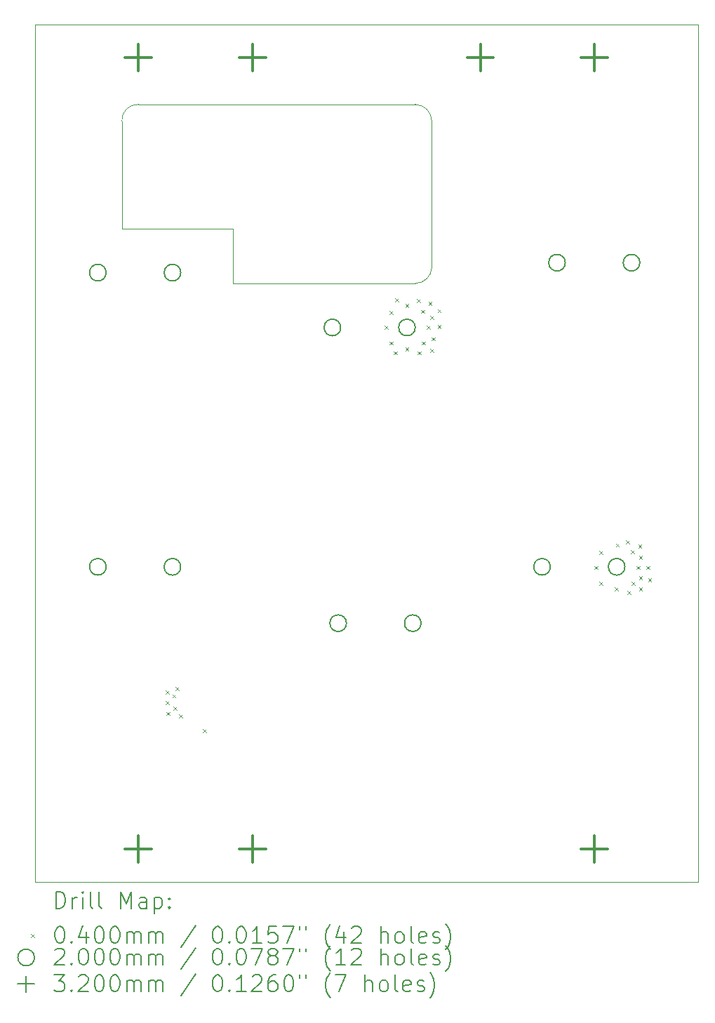
<source format=gbr>
%FSLAX45Y45*%
G04 Gerber Fmt 4.5, Leading zero omitted, Abs format (unit mm)*
G04 Created by KiCad (PCBNEW (6.0.5-0)) date 2023-01-03 07:21:59*
%MOMM*%
%LPD*%
G01*
G04 APERTURE LIST*
%TA.AperFunction,Profile*%
%ADD10C,0.100000*%
%TD*%
%ADD11C,0.200000*%
%ADD12C,0.040000*%
%ADD13C,0.320000*%
G04 APERTURE END LIST*
D10*
X14360000Y-3875000D02*
X15210000Y-3875000D01*
X9600000Y-7000000D02*
X9600000Y-6340000D01*
X8060000Y-14225000D02*
X8860000Y-14225000D01*
X13560000Y-14225000D02*
X8860000Y-14225000D01*
X8065000Y-3875000D02*
X8865000Y-3875000D01*
X13560000Y-3875000D02*
X14360000Y-3875000D01*
X15210000Y-3875000D02*
X15210000Y-14225000D01*
X8060000Y-14225000D02*
X7210000Y-14225000D01*
X8260000Y-6340000D02*
X8260000Y-5041421D01*
X14360000Y-14225000D02*
X15210000Y-14225000D01*
X9600000Y-7000000D02*
X11799436Y-7000000D01*
X11799436Y-6999997D02*
G75*
G03*
X12000000Y-6808579I-386J201187D01*
G01*
X11999995Y-5041422D02*
G75*
G03*
X11798913Y-4840000I-203985J-2559D01*
G01*
X8460000Y-4839996D02*
G75*
G03*
X8260000Y-5041421I-9760J-190314D01*
G01*
X13560000Y-14225000D02*
X14360000Y-14225000D01*
X12000000Y-5041421D02*
X12000000Y-6808579D01*
X8865000Y-3875000D02*
X13560000Y-3875000D01*
X8460000Y-4840000D02*
X11798913Y-4840000D01*
X8065000Y-3875000D02*
X7210000Y-3875000D01*
X7210000Y-14225000D02*
X7210000Y-3875000D01*
X9600000Y-6340000D02*
X8260000Y-6340000D01*
D11*
D12*
X8790000Y-11910000D02*
X8830000Y-11950000D01*
X8830000Y-11910000D02*
X8790000Y-11950000D01*
X8790000Y-12040000D02*
X8830000Y-12080000D01*
X8830000Y-12040000D02*
X8790000Y-12080000D01*
X8800000Y-12170000D02*
X8840000Y-12210000D01*
X8840000Y-12170000D02*
X8800000Y-12210000D01*
X8870000Y-11960000D02*
X8910000Y-12000000D01*
X8910000Y-11960000D02*
X8870000Y-12000000D01*
X8880000Y-12110000D02*
X8920000Y-12150000D01*
X8920000Y-12110000D02*
X8880000Y-12150000D01*
X8910000Y-11870000D02*
X8950000Y-11910000D01*
X8950000Y-11870000D02*
X8910000Y-11910000D01*
X8950000Y-12200000D02*
X8990000Y-12240000D01*
X8990000Y-12200000D02*
X8950000Y-12240000D01*
X9240000Y-12380000D02*
X9280000Y-12420000D01*
X9280000Y-12380000D02*
X9240000Y-12420000D01*
X11430000Y-7510000D02*
X11470000Y-7550000D01*
X11470000Y-7510000D02*
X11430000Y-7550000D01*
X11490000Y-7330000D02*
X11530000Y-7370000D01*
X11530000Y-7330000D02*
X11490000Y-7370000D01*
X11490000Y-7700000D02*
X11530000Y-7740000D01*
X11530000Y-7700000D02*
X11490000Y-7740000D01*
X11540000Y-7820000D02*
X11580000Y-7860000D01*
X11580000Y-7820000D02*
X11540000Y-7860000D01*
X11560000Y-7180000D02*
X11600000Y-7220000D01*
X11600000Y-7180000D02*
X11560000Y-7220000D01*
X11680000Y-7250000D02*
X11720000Y-7290000D01*
X11720000Y-7250000D02*
X11680000Y-7290000D01*
X11680000Y-7770000D02*
X11720000Y-7810000D01*
X11720000Y-7770000D02*
X11680000Y-7810000D01*
X11820000Y-7190000D02*
X11860000Y-7230000D01*
X11860000Y-7190000D02*
X11820000Y-7230000D01*
X11830000Y-7820000D02*
X11870000Y-7860000D01*
X11870000Y-7820000D02*
X11830000Y-7860000D01*
X11870000Y-7320000D02*
X11910000Y-7360000D01*
X11910000Y-7320000D02*
X11870000Y-7360000D01*
X11880000Y-7700000D02*
X11920000Y-7740000D01*
X11920000Y-7700000D02*
X11880000Y-7740000D01*
X11940000Y-7510000D02*
X11980000Y-7550000D01*
X11980000Y-7510000D02*
X11940000Y-7550000D01*
X11960000Y-7220000D02*
X12000000Y-7260000D01*
X12000000Y-7220000D02*
X11960000Y-7260000D01*
X11980000Y-7390000D02*
X12020000Y-7430000D01*
X12020000Y-7390000D02*
X11980000Y-7430000D01*
X11980000Y-7790000D02*
X12020000Y-7830000D01*
X12020000Y-7790000D02*
X11980000Y-7830000D01*
X12000000Y-7650000D02*
X12040000Y-7690000D01*
X12040000Y-7650000D02*
X12000000Y-7690000D01*
X12070000Y-7310000D02*
X12110000Y-7350000D01*
X12110000Y-7310000D02*
X12070000Y-7350000D01*
X12070000Y-7500000D02*
X12110000Y-7540000D01*
X12110000Y-7500000D02*
X12070000Y-7540000D01*
X13960000Y-10410000D02*
X14000000Y-10450000D01*
X14000000Y-10410000D02*
X13960000Y-10450000D01*
X14020000Y-10230000D02*
X14060000Y-10270000D01*
X14060000Y-10230000D02*
X14020000Y-10270000D01*
X14020000Y-10600000D02*
X14060000Y-10640000D01*
X14060000Y-10600000D02*
X14020000Y-10640000D01*
X14210000Y-10670000D02*
X14250000Y-10710000D01*
X14250000Y-10670000D02*
X14210000Y-10710000D01*
X14220000Y-10140000D02*
X14260000Y-10180000D01*
X14260000Y-10140000D02*
X14220000Y-10180000D01*
X14340000Y-10100000D02*
X14380000Y-10140000D01*
X14380000Y-10100000D02*
X14340000Y-10140000D01*
X14360000Y-10710000D02*
X14400000Y-10750000D01*
X14400000Y-10710000D02*
X14360000Y-10750000D01*
X14400000Y-10220000D02*
X14440000Y-10260000D01*
X14440000Y-10220000D02*
X14400000Y-10260000D01*
X14410000Y-10600000D02*
X14450000Y-10640000D01*
X14450000Y-10600000D02*
X14410000Y-10640000D01*
X14470000Y-10410000D02*
X14510000Y-10450000D01*
X14510000Y-10410000D02*
X14470000Y-10450000D01*
X14490000Y-10150000D02*
X14530000Y-10190000D01*
X14530000Y-10150000D02*
X14490000Y-10190000D01*
X14500000Y-10290000D02*
X14540000Y-10330000D01*
X14540000Y-10290000D02*
X14500000Y-10330000D01*
X14500000Y-10530000D02*
X14540000Y-10570000D01*
X14540000Y-10530000D02*
X14500000Y-10570000D01*
X14500000Y-10670000D02*
X14540000Y-10710000D01*
X14540000Y-10670000D02*
X14500000Y-10710000D01*
X14590000Y-10410000D02*
X14630000Y-10450000D01*
X14630000Y-10410000D02*
X14590000Y-10450000D01*
X14610000Y-10560000D02*
X14650000Y-10600000D01*
X14650000Y-10560000D02*
X14610000Y-10600000D01*
D11*
X8070000Y-6870000D02*
G75*
G03*
X8070000Y-6870000I-100000J0D01*
G01*
X8070000Y-10420000D02*
G75*
G03*
X8070000Y-10420000I-100000J0D01*
G01*
X8970000Y-6870000D02*
G75*
G03*
X8970000Y-6870000I-100000J0D01*
G01*
X8970000Y-10420000D02*
G75*
G03*
X8970000Y-10420000I-100000J0D01*
G01*
X10900000Y-7532000D02*
G75*
G03*
X10900000Y-7532000I-100000J0D01*
G01*
X10970000Y-11100000D02*
G75*
G03*
X10970000Y-11100000I-100000J0D01*
G01*
X11800000Y-7532000D02*
G75*
G03*
X11800000Y-7532000I-100000J0D01*
G01*
X11870000Y-11100000D02*
G75*
G03*
X11870000Y-11100000I-100000J0D01*
G01*
X13430000Y-10420000D02*
G75*
G03*
X13430000Y-10420000I-100000J0D01*
G01*
X13610000Y-6750000D02*
G75*
G03*
X13610000Y-6750000I-100000J0D01*
G01*
X14330000Y-10420000D02*
G75*
G03*
X14330000Y-10420000I-100000J0D01*
G01*
X14510000Y-6750000D02*
G75*
G03*
X14510000Y-6750000I-100000J0D01*
G01*
D13*
X8460000Y-4115000D02*
X8460000Y-4435000D01*
X8300000Y-4275000D02*
X8620000Y-4275000D01*
X8460000Y-13665000D02*
X8460000Y-13985000D01*
X8300000Y-13825000D02*
X8620000Y-13825000D01*
X9835000Y-4115000D02*
X9835000Y-4435000D01*
X9675000Y-4275000D02*
X9995000Y-4275000D01*
X9835000Y-13665000D02*
X9835000Y-13985000D01*
X9675000Y-13825000D02*
X9995000Y-13825000D01*
X12585000Y-4115000D02*
X12585000Y-4435000D01*
X12425000Y-4275000D02*
X12745000Y-4275000D01*
X13960000Y-4115000D02*
X13960000Y-4435000D01*
X13800000Y-4275000D02*
X14120000Y-4275000D01*
X13960000Y-13665000D02*
X13960000Y-13985000D01*
X13800000Y-13825000D02*
X14120000Y-13825000D01*
D11*
X7462619Y-14540476D02*
X7462619Y-14340476D01*
X7510238Y-14340476D01*
X7538809Y-14350000D01*
X7557857Y-14369048D01*
X7567381Y-14388095D01*
X7576905Y-14426190D01*
X7576905Y-14454762D01*
X7567381Y-14492857D01*
X7557857Y-14511905D01*
X7538809Y-14530952D01*
X7510238Y-14540476D01*
X7462619Y-14540476D01*
X7662619Y-14540476D02*
X7662619Y-14407143D01*
X7662619Y-14445238D02*
X7672143Y-14426190D01*
X7681667Y-14416667D01*
X7700714Y-14407143D01*
X7719762Y-14407143D01*
X7786428Y-14540476D02*
X7786428Y-14407143D01*
X7786428Y-14340476D02*
X7776905Y-14350000D01*
X7786428Y-14359524D01*
X7795952Y-14350000D01*
X7786428Y-14340476D01*
X7786428Y-14359524D01*
X7910238Y-14540476D02*
X7891190Y-14530952D01*
X7881667Y-14511905D01*
X7881667Y-14340476D01*
X8015000Y-14540476D02*
X7995952Y-14530952D01*
X7986428Y-14511905D01*
X7986428Y-14340476D01*
X8243571Y-14540476D02*
X8243571Y-14340476D01*
X8310238Y-14483333D01*
X8376905Y-14340476D01*
X8376905Y-14540476D01*
X8557857Y-14540476D02*
X8557857Y-14435714D01*
X8548333Y-14416667D01*
X8529286Y-14407143D01*
X8491190Y-14407143D01*
X8472143Y-14416667D01*
X8557857Y-14530952D02*
X8538810Y-14540476D01*
X8491190Y-14540476D01*
X8472143Y-14530952D01*
X8462619Y-14511905D01*
X8462619Y-14492857D01*
X8472143Y-14473809D01*
X8491190Y-14464286D01*
X8538810Y-14464286D01*
X8557857Y-14454762D01*
X8653095Y-14407143D02*
X8653095Y-14607143D01*
X8653095Y-14416667D02*
X8672143Y-14407143D01*
X8710238Y-14407143D01*
X8729286Y-14416667D01*
X8738810Y-14426190D01*
X8748333Y-14445238D01*
X8748333Y-14502381D01*
X8738810Y-14521428D01*
X8729286Y-14530952D01*
X8710238Y-14540476D01*
X8672143Y-14540476D01*
X8653095Y-14530952D01*
X8834048Y-14521428D02*
X8843571Y-14530952D01*
X8834048Y-14540476D01*
X8824524Y-14530952D01*
X8834048Y-14521428D01*
X8834048Y-14540476D01*
X8834048Y-14416667D02*
X8843571Y-14426190D01*
X8834048Y-14435714D01*
X8824524Y-14426190D01*
X8834048Y-14416667D01*
X8834048Y-14435714D01*
D12*
X7165000Y-14850000D02*
X7205000Y-14890000D01*
X7205000Y-14850000D02*
X7165000Y-14890000D01*
D11*
X7500714Y-14760476D02*
X7519762Y-14760476D01*
X7538809Y-14770000D01*
X7548333Y-14779524D01*
X7557857Y-14798571D01*
X7567381Y-14836667D01*
X7567381Y-14884286D01*
X7557857Y-14922381D01*
X7548333Y-14941428D01*
X7538809Y-14950952D01*
X7519762Y-14960476D01*
X7500714Y-14960476D01*
X7481667Y-14950952D01*
X7472143Y-14941428D01*
X7462619Y-14922381D01*
X7453095Y-14884286D01*
X7453095Y-14836667D01*
X7462619Y-14798571D01*
X7472143Y-14779524D01*
X7481667Y-14770000D01*
X7500714Y-14760476D01*
X7653095Y-14941428D02*
X7662619Y-14950952D01*
X7653095Y-14960476D01*
X7643571Y-14950952D01*
X7653095Y-14941428D01*
X7653095Y-14960476D01*
X7834048Y-14827143D02*
X7834048Y-14960476D01*
X7786428Y-14750952D02*
X7738809Y-14893809D01*
X7862619Y-14893809D01*
X7976905Y-14760476D02*
X7995952Y-14760476D01*
X8015000Y-14770000D01*
X8024524Y-14779524D01*
X8034048Y-14798571D01*
X8043571Y-14836667D01*
X8043571Y-14884286D01*
X8034048Y-14922381D01*
X8024524Y-14941428D01*
X8015000Y-14950952D01*
X7995952Y-14960476D01*
X7976905Y-14960476D01*
X7957857Y-14950952D01*
X7948333Y-14941428D01*
X7938809Y-14922381D01*
X7929286Y-14884286D01*
X7929286Y-14836667D01*
X7938809Y-14798571D01*
X7948333Y-14779524D01*
X7957857Y-14770000D01*
X7976905Y-14760476D01*
X8167381Y-14760476D02*
X8186428Y-14760476D01*
X8205476Y-14770000D01*
X8215000Y-14779524D01*
X8224524Y-14798571D01*
X8234048Y-14836667D01*
X8234048Y-14884286D01*
X8224524Y-14922381D01*
X8215000Y-14941428D01*
X8205476Y-14950952D01*
X8186428Y-14960476D01*
X8167381Y-14960476D01*
X8148333Y-14950952D01*
X8138809Y-14941428D01*
X8129286Y-14922381D01*
X8119762Y-14884286D01*
X8119762Y-14836667D01*
X8129286Y-14798571D01*
X8138809Y-14779524D01*
X8148333Y-14770000D01*
X8167381Y-14760476D01*
X8319762Y-14960476D02*
X8319762Y-14827143D01*
X8319762Y-14846190D02*
X8329286Y-14836667D01*
X8348333Y-14827143D01*
X8376905Y-14827143D01*
X8395952Y-14836667D01*
X8405476Y-14855714D01*
X8405476Y-14960476D01*
X8405476Y-14855714D02*
X8415000Y-14836667D01*
X8434048Y-14827143D01*
X8462619Y-14827143D01*
X8481667Y-14836667D01*
X8491190Y-14855714D01*
X8491190Y-14960476D01*
X8586429Y-14960476D02*
X8586429Y-14827143D01*
X8586429Y-14846190D02*
X8595952Y-14836667D01*
X8615000Y-14827143D01*
X8643571Y-14827143D01*
X8662619Y-14836667D01*
X8672143Y-14855714D01*
X8672143Y-14960476D01*
X8672143Y-14855714D02*
X8681667Y-14836667D01*
X8700714Y-14827143D01*
X8729286Y-14827143D01*
X8748333Y-14836667D01*
X8757857Y-14855714D01*
X8757857Y-14960476D01*
X9148333Y-14750952D02*
X8976905Y-15008095D01*
X9405476Y-14760476D02*
X9424524Y-14760476D01*
X9443571Y-14770000D01*
X9453095Y-14779524D01*
X9462619Y-14798571D01*
X9472143Y-14836667D01*
X9472143Y-14884286D01*
X9462619Y-14922381D01*
X9453095Y-14941428D01*
X9443571Y-14950952D01*
X9424524Y-14960476D01*
X9405476Y-14960476D01*
X9386429Y-14950952D01*
X9376905Y-14941428D01*
X9367381Y-14922381D01*
X9357857Y-14884286D01*
X9357857Y-14836667D01*
X9367381Y-14798571D01*
X9376905Y-14779524D01*
X9386429Y-14770000D01*
X9405476Y-14760476D01*
X9557857Y-14941428D02*
X9567381Y-14950952D01*
X9557857Y-14960476D01*
X9548333Y-14950952D01*
X9557857Y-14941428D01*
X9557857Y-14960476D01*
X9691190Y-14760476D02*
X9710238Y-14760476D01*
X9729286Y-14770000D01*
X9738810Y-14779524D01*
X9748333Y-14798571D01*
X9757857Y-14836667D01*
X9757857Y-14884286D01*
X9748333Y-14922381D01*
X9738810Y-14941428D01*
X9729286Y-14950952D01*
X9710238Y-14960476D01*
X9691190Y-14960476D01*
X9672143Y-14950952D01*
X9662619Y-14941428D01*
X9653095Y-14922381D01*
X9643571Y-14884286D01*
X9643571Y-14836667D01*
X9653095Y-14798571D01*
X9662619Y-14779524D01*
X9672143Y-14770000D01*
X9691190Y-14760476D01*
X9948333Y-14960476D02*
X9834048Y-14960476D01*
X9891190Y-14960476D02*
X9891190Y-14760476D01*
X9872143Y-14789048D01*
X9853095Y-14808095D01*
X9834048Y-14817619D01*
X10129286Y-14760476D02*
X10034048Y-14760476D01*
X10024524Y-14855714D01*
X10034048Y-14846190D01*
X10053095Y-14836667D01*
X10100714Y-14836667D01*
X10119762Y-14846190D01*
X10129286Y-14855714D01*
X10138810Y-14874762D01*
X10138810Y-14922381D01*
X10129286Y-14941428D01*
X10119762Y-14950952D01*
X10100714Y-14960476D01*
X10053095Y-14960476D01*
X10034048Y-14950952D01*
X10024524Y-14941428D01*
X10205476Y-14760476D02*
X10338810Y-14760476D01*
X10253095Y-14960476D01*
X10405476Y-14760476D02*
X10405476Y-14798571D01*
X10481667Y-14760476D02*
X10481667Y-14798571D01*
X10776905Y-15036667D02*
X10767381Y-15027143D01*
X10748333Y-14998571D01*
X10738810Y-14979524D01*
X10729286Y-14950952D01*
X10719762Y-14903333D01*
X10719762Y-14865238D01*
X10729286Y-14817619D01*
X10738810Y-14789048D01*
X10748333Y-14770000D01*
X10767381Y-14741428D01*
X10776905Y-14731905D01*
X10938810Y-14827143D02*
X10938810Y-14960476D01*
X10891190Y-14750952D02*
X10843571Y-14893809D01*
X10967381Y-14893809D01*
X11034048Y-14779524D02*
X11043571Y-14770000D01*
X11062619Y-14760476D01*
X11110238Y-14760476D01*
X11129286Y-14770000D01*
X11138810Y-14779524D01*
X11148333Y-14798571D01*
X11148333Y-14817619D01*
X11138810Y-14846190D01*
X11024524Y-14960476D01*
X11148333Y-14960476D01*
X11386428Y-14960476D02*
X11386428Y-14760476D01*
X11472143Y-14960476D02*
X11472143Y-14855714D01*
X11462619Y-14836667D01*
X11443571Y-14827143D01*
X11415000Y-14827143D01*
X11395952Y-14836667D01*
X11386428Y-14846190D01*
X11595952Y-14960476D02*
X11576905Y-14950952D01*
X11567381Y-14941428D01*
X11557857Y-14922381D01*
X11557857Y-14865238D01*
X11567381Y-14846190D01*
X11576905Y-14836667D01*
X11595952Y-14827143D01*
X11624524Y-14827143D01*
X11643571Y-14836667D01*
X11653095Y-14846190D01*
X11662619Y-14865238D01*
X11662619Y-14922381D01*
X11653095Y-14941428D01*
X11643571Y-14950952D01*
X11624524Y-14960476D01*
X11595952Y-14960476D01*
X11776905Y-14960476D02*
X11757857Y-14950952D01*
X11748333Y-14931905D01*
X11748333Y-14760476D01*
X11929286Y-14950952D02*
X11910238Y-14960476D01*
X11872143Y-14960476D01*
X11853095Y-14950952D01*
X11843571Y-14931905D01*
X11843571Y-14855714D01*
X11853095Y-14836667D01*
X11872143Y-14827143D01*
X11910238Y-14827143D01*
X11929286Y-14836667D01*
X11938809Y-14855714D01*
X11938809Y-14874762D01*
X11843571Y-14893809D01*
X12015000Y-14950952D02*
X12034048Y-14960476D01*
X12072143Y-14960476D01*
X12091190Y-14950952D01*
X12100714Y-14931905D01*
X12100714Y-14922381D01*
X12091190Y-14903333D01*
X12072143Y-14893809D01*
X12043571Y-14893809D01*
X12024524Y-14884286D01*
X12015000Y-14865238D01*
X12015000Y-14855714D01*
X12024524Y-14836667D01*
X12043571Y-14827143D01*
X12072143Y-14827143D01*
X12091190Y-14836667D01*
X12167381Y-15036667D02*
X12176905Y-15027143D01*
X12195952Y-14998571D01*
X12205476Y-14979524D01*
X12215000Y-14950952D01*
X12224524Y-14903333D01*
X12224524Y-14865238D01*
X12215000Y-14817619D01*
X12205476Y-14789048D01*
X12195952Y-14770000D01*
X12176905Y-14741428D01*
X12167381Y-14731905D01*
X7205000Y-15134000D02*
G75*
G03*
X7205000Y-15134000I-100000J0D01*
G01*
X7453095Y-15043524D02*
X7462619Y-15034000D01*
X7481667Y-15024476D01*
X7529286Y-15024476D01*
X7548333Y-15034000D01*
X7557857Y-15043524D01*
X7567381Y-15062571D01*
X7567381Y-15081619D01*
X7557857Y-15110190D01*
X7443571Y-15224476D01*
X7567381Y-15224476D01*
X7653095Y-15205428D02*
X7662619Y-15214952D01*
X7653095Y-15224476D01*
X7643571Y-15214952D01*
X7653095Y-15205428D01*
X7653095Y-15224476D01*
X7786428Y-15024476D02*
X7805476Y-15024476D01*
X7824524Y-15034000D01*
X7834048Y-15043524D01*
X7843571Y-15062571D01*
X7853095Y-15100667D01*
X7853095Y-15148286D01*
X7843571Y-15186381D01*
X7834048Y-15205428D01*
X7824524Y-15214952D01*
X7805476Y-15224476D01*
X7786428Y-15224476D01*
X7767381Y-15214952D01*
X7757857Y-15205428D01*
X7748333Y-15186381D01*
X7738809Y-15148286D01*
X7738809Y-15100667D01*
X7748333Y-15062571D01*
X7757857Y-15043524D01*
X7767381Y-15034000D01*
X7786428Y-15024476D01*
X7976905Y-15024476D02*
X7995952Y-15024476D01*
X8015000Y-15034000D01*
X8024524Y-15043524D01*
X8034048Y-15062571D01*
X8043571Y-15100667D01*
X8043571Y-15148286D01*
X8034048Y-15186381D01*
X8024524Y-15205428D01*
X8015000Y-15214952D01*
X7995952Y-15224476D01*
X7976905Y-15224476D01*
X7957857Y-15214952D01*
X7948333Y-15205428D01*
X7938809Y-15186381D01*
X7929286Y-15148286D01*
X7929286Y-15100667D01*
X7938809Y-15062571D01*
X7948333Y-15043524D01*
X7957857Y-15034000D01*
X7976905Y-15024476D01*
X8167381Y-15024476D02*
X8186428Y-15024476D01*
X8205476Y-15034000D01*
X8215000Y-15043524D01*
X8224524Y-15062571D01*
X8234048Y-15100667D01*
X8234048Y-15148286D01*
X8224524Y-15186381D01*
X8215000Y-15205428D01*
X8205476Y-15214952D01*
X8186428Y-15224476D01*
X8167381Y-15224476D01*
X8148333Y-15214952D01*
X8138809Y-15205428D01*
X8129286Y-15186381D01*
X8119762Y-15148286D01*
X8119762Y-15100667D01*
X8129286Y-15062571D01*
X8138809Y-15043524D01*
X8148333Y-15034000D01*
X8167381Y-15024476D01*
X8319762Y-15224476D02*
X8319762Y-15091143D01*
X8319762Y-15110190D02*
X8329286Y-15100667D01*
X8348333Y-15091143D01*
X8376905Y-15091143D01*
X8395952Y-15100667D01*
X8405476Y-15119714D01*
X8405476Y-15224476D01*
X8405476Y-15119714D02*
X8415000Y-15100667D01*
X8434048Y-15091143D01*
X8462619Y-15091143D01*
X8481667Y-15100667D01*
X8491190Y-15119714D01*
X8491190Y-15224476D01*
X8586429Y-15224476D02*
X8586429Y-15091143D01*
X8586429Y-15110190D02*
X8595952Y-15100667D01*
X8615000Y-15091143D01*
X8643571Y-15091143D01*
X8662619Y-15100667D01*
X8672143Y-15119714D01*
X8672143Y-15224476D01*
X8672143Y-15119714D02*
X8681667Y-15100667D01*
X8700714Y-15091143D01*
X8729286Y-15091143D01*
X8748333Y-15100667D01*
X8757857Y-15119714D01*
X8757857Y-15224476D01*
X9148333Y-15014952D02*
X8976905Y-15272095D01*
X9405476Y-15024476D02*
X9424524Y-15024476D01*
X9443571Y-15034000D01*
X9453095Y-15043524D01*
X9462619Y-15062571D01*
X9472143Y-15100667D01*
X9472143Y-15148286D01*
X9462619Y-15186381D01*
X9453095Y-15205428D01*
X9443571Y-15214952D01*
X9424524Y-15224476D01*
X9405476Y-15224476D01*
X9386429Y-15214952D01*
X9376905Y-15205428D01*
X9367381Y-15186381D01*
X9357857Y-15148286D01*
X9357857Y-15100667D01*
X9367381Y-15062571D01*
X9376905Y-15043524D01*
X9386429Y-15034000D01*
X9405476Y-15024476D01*
X9557857Y-15205428D02*
X9567381Y-15214952D01*
X9557857Y-15224476D01*
X9548333Y-15214952D01*
X9557857Y-15205428D01*
X9557857Y-15224476D01*
X9691190Y-15024476D02*
X9710238Y-15024476D01*
X9729286Y-15034000D01*
X9738810Y-15043524D01*
X9748333Y-15062571D01*
X9757857Y-15100667D01*
X9757857Y-15148286D01*
X9748333Y-15186381D01*
X9738810Y-15205428D01*
X9729286Y-15214952D01*
X9710238Y-15224476D01*
X9691190Y-15224476D01*
X9672143Y-15214952D01*
X9662619Y-15205428D01*
X9653095Y-15186381D01*
X9643571Y-15148286D01*
X9643571Y-15100667D01*
X9653095Y-15062571D01*
X9662619Y-15043524D01*
X9672143Y-15034000D01*
X9691190Y-15024476D01*
X9824524Y-15024476D02*
X9957857Y-15024476D01*
X9872143Y-15224476D01*
X10062619Y-15110190D02*
X10043571Y-15100667D01*
X10034048Y-15091143D01*
X10024524Y-15072095D01*
X10024524Y-15062571D01*
X10034048Y-15043524D01*
X10043571Y-15034000D01*
X10062619Y-15024476D01*
X10100714Y-15024476D01*
X10119762Y-15034000D01*
X10129286Y-15043524D01*
X10138810Y-15062571D01*
X10138810Y-15072095D01*
X10129286Y-15091143D01*
X10119762Y-15100667D01*
X10100714Y-15110190D01*
X10062619Y-15110190D01*
X10043571Y-15119714D01*
X10034048Y-15129238D01*
X10024524Y-15148286D01*
X10024524Y-15186381D01*
X10034048Y-15205428D01*
X10043571Y-15214952D01*
X10062619Y-15224476D01*
X10100714Y-15224476D01*
X10119762Y-15214952D01*
X10129286Y-15205428D01*
X10138810Y-15186381D01*
X10138810Y-15148286D01*
X10129286Y-15129238D01*
X10119762Y-15119714D01*
X10100714Y-15110190D01*
X10205476Y-15024476D02*
X10338810Y-15024476D01*
X10253095Y-15224476D01*
X10405476Y-15024476D02*
X10405476Y-15062571D01*
X10481667Y-15024476D02*
X10481667Y-15062571D01*
X10776905Y-15300667D02*
X10767381Y-15291143D01*
X10748333Y-15262571D01*
X10738810Y-15243524D01*
X10729286Y-15214952D01*
X10719762Y-15167333D01*
X10719762Y-15129238D01*
X10729286Y-15081619D01*
X10738810Y-15053048D01*
X10748333Y-15034000D01*
X10767381Y-15005428D01*
X10776905Y-14995905D01*
X10957857Y-15224476D02*
X10843571Y-15224476D01*
X10900714Y-15224476D02*
X10900714Y-15024476D01*
X10881667Y-15053048D01*
X10862619Y-15072095D01*
X10843571Y-15081619D01*
X11034048Y-15043524D02*
X11043571Y-15034000D01*
X11062619Y-15024476D01*
X11110238Y-15024476D01*
X11129286Y-15034000D01*
X11138810Y-15043524D01*
X11148333Y-15062571D01*
X11148333Y-15081619D01*
X11138810Y-15110190D01*
X11024524Y-15224476D01*
X11148333Y-15224476D01*
X11386428Y-15224476D02*
X11386428Y-15024476D01*
X11472143Y-15224476D02*
X11472143Y-15119714D01*
X11462619Y-15100667D01*
X11443571Y-15091143D01*
X11415000Y-15091143D01*
X11395952Y-15100667D01*
X11386428Y-15110190D01*
X11595952Y-15224476D02*
X11576905Y-15214952D01*
X11567381Y-15205428D01*
X11557857Y-15186381D01*
X11557857Y-15129238D01*
X11567381Y-15110190D01*
X11576905Y-15100667D01*
X11595952Y-15091143D01*
X11624524Y-15091143D01*
X11643571Y-15100667D01*
X11653095Y-15110190D01*
X11662619Y-15129238D01*
X11662619Y-15186381D01*
X11653095Y-15205428D01*
X11643571Y-15214952D01*
X11624524Y-15224476D01*
X11595952Y-15224476D01*
X11776905Y-15224476D02*
X11757857Y-15214952D01*
X11748333Y-15195905D01*
X11748333Y-15024476D01*
X11929286Y-15214952D02*
X11910238Y-15224476D01*
X11872143Y-15224476D01*
X11853095Y-15214952D01*
X11843571Y-15195905D01*
X11843571Y-15119714D01*
X11853095Y-15100667D01*
X11872143Y-15091143D01*
X11910238Y-15091143D01*
X11929286Y-15100667D01*
X11938809Y-15119714D01*
X11938809Y-15138762D01*
X11843571Y-15157809D01*
X12015000Y-15214952D02*
X12034048Y-15224476D01*
X12072143Y-15224476D01*
X12091190Y-15214952D01*
X12100714Y-15195905D01*
X12100714Y-15186381D01*
X12091190Y-15167333D01*
X12072143Y-15157809D01*
X12043571Y-15157809D01*
X12024524Y-15148286D01*
X12015000Y-15129238D01*
X12015000Y-15119714D01*
X12024524Y-15100667D01*
X12043571Y-15091143D01*
X12072143Y-15091143D01*
X12091190Y-15100667D01*
X12167381Y-15300667D02*
X12176905Y-15291143D01*
X12195952Y-15262571D01*
X12205476Y-15243524D01*
X12215000Y-15214952D01*
X12224524Y-15167333D01*
X12224524Y-15129238D01*
X12215000Y-15081619D01*
X12205476Y-15053048D01*
X12195952Y-15034000D01*
X12176905Y-15005428D01*
X12167381Y-14995905D01*
X7105000Y-15354000D02*
X7105000Y-15554000D01*
X7005000Y-15454000D02*
X7205000Y-15454000D01*
X7443571Y-15344476D02*
X7567381Y-15344476D01*
X7500714Y-15420667D01*
X7529286Y-15420667D01*
X7548333Y-15430190D01*
X7557857Y-15439714D01*
X7567381Y-15458762D01*
X7567381Y-15506381D01*
X7557857Y-15525428D01*
X7548333Y-15534952D01*
X7529286Y-15544476D01*
X7472143Y-15544476D01*
X7453095Y-15534952D01*
X7443571Y-15525428D01*
X7653095Y-15525428D02*
X7662619Y-15534952D01*
X7653095Y-15544476D01*
X7643571Y-15534952D01*
X7653095Y-15525428D01*
X7653095Y-15544476D01*
X7738809Y-15363524D02*
X7748333Y-15354000D01*
X7767381Y-15344476D01*
X7815000Y-15344476D01*
X7834048Y-15354000D01*
X7843571Y-15363524D01*
X7853095Y-15382571D01*
X7853095Y-15401619D01*
X7843571Y-15430190D01*
X7729286Y-15544476D01*
X7853095Y-15544476D01*
X7976905Y-15344476D02*
X7995952Y-15344476D01*
X8015000Y-15354000D01*
X8024524Y-15363524D01*
X8034048Y-15382571D01*
X8043571Y-15420667D01*
X8043571Y-15468286D01*
X8034048Y-15506381D01*
X8024524Y-15525428D01*
X8015000Y-15534952D01*
X7995952Y-15544476D01*
X7976905Y-15544476D01*
X7957857Y-15534952D01*
X7948333Y-15525428D01*
X7938809Y-15506381D01*
X7929286Y-15468286D01*
X7929286Y-15420667D01*
X7938809Y-15382571D01*
X7948333Y-15363524D01*
X7957857Y-15354000D01*
X7976905Y-15344476D01*
X8167381Y-15344476D02*
X8186428Y-15344476D01*
X8205476Y-15354000D01*
X8215000Y-15363524D01*
X8224524Y-15382571D01*
X8234048Y-15420667D01*
X8234048Y-15468286D01*
X8224524Y-15506381D01*
X8215000Y-15525428D01*
X8205476Y-15534952D01*
X8186428Y-15544476D01*
X8167381Y-15544476D01*
X8148333Y-15534952D01*
X8138809Y-15525428D01*
X8129286Y-15506381D01*
X8119762Y-15468286D01*
X8119762Y-15420667D01*
X8129286Y-15382571D01*
X8138809Y-15363524D01*
X8148333Y-15354000D01*
X8167381Y-15344476D01*
X8319762Y-15544476D02*
X8319762Y-15411143D01*
X8319762Y-15430190D02*
X8329286Y-15420667D01*
X8348333Y-15411143D01*
X8376905Y-15411143D01*
X8395952Y-15420667D01*
X8405476Y-15439714D01*
X8405476Y-15544476D01*
X8405476Y-15439714D02*
X8415000Y-15420667D01*
X8434048Y-15411143D01*
X8462619Y-15411143D01*
X8481667Y-15420667D01*
X8491190Y-15439714D01*
X8491190Y-15544476D01*
X8586429Y-15544476D02*
X8586429Y-15411143D01*
X8586429Y-15430190D02*
X8595952Y-15420667D01*
X8615000Y-15411143D01*
X8643571Y-15411143D01*
X8662619Y-15420667D01*
X8672143Y-15439714D01*
X8672143Y-15544476D01*
X8672143Y-15439714D02*
X8681667Y-15420667D01*
X8700714Y-15411143D01*
X8729286Y-15411143D01*
X8748333Y-15420667D01*
X8757857Y-15439714D01*
X8757857Y-15544476D01*
X9148333Y-15334952D02*
X8976905Y-15592095D01*
X9405476Y-15344476D02*
X9424524Y-15344476D01*
X9443571Y-15354000D01*
X9453095Y-15363524D01*
X9462619Y-15382571D01*
X9472143Y-15420667D01*
X9472143Y-15468286D01*
X9462619Y-15506381D01*
X9453095Y-15525428D01*
X9443571Y-15534952D01*
X9424524Y-15544476D01*
X9405476Y-15544476D01*
X9386429Y-15534952D01*
X9376905Y-15525428D01*
X9367381Y-15506381D01*
X9357857Y-15468286D01*
X9357857Y-15420667D01*
X9367381Y-15382571D01*
X9376905Y-15363524D01*
X9386429Y-15354000D01*
X9405476Y-15344476D01*
X9557857Y-15525428D02*
X9567381Y-15534952D01*
X9557857Y-15544476D01*
X9548333Y-15534952D01*
X9557857Y-15525428D01*
X9557857Y-15544476D01*
X9757857Y-15544476D02*
X9643571Y-15544476D01*
X9700714Y-15544476D02*
X9700714Y-15344476D01*
X9681667Y-15373048D01*
X9662619Y-15392095D01*
X9643571Y-15401619D01*
X9834048Y-15363524D02*
X9843571Y-15354000D01*
X9862619Y-15344476D01*
X9910238Y-15344476D01*
X9929286Y-15354000D01*
X9938810Y-15363524D01*
X9948333Y-15382571D01*
X9948333Y-15401619D01*
X9938810Y-15430190D01*
X9824524Y-15544476D01*
X9948333Y-15544476D01*
X10119762Y-15344476D02*
X10081667Y-15344476D01*
X10062619Y-15354000D01*
X10053095Y-15363524D01*
X10034048Y-15392095D01*
X10024524Y-15430190D01*
X10024524Y-15506381D01*
X10034048Y-15525428D01*
X10043571Y-15534952D01*
X10062619Y-15544476D01*
X10100714Y-15544476D01*
X10119762Y-15534952D01*
X10129286Y-15525428D01*
X10138810Y-15506381D01*
X10138810Y-15458762D01*
X10129286Y-15439714D01*
X10119762Y-15430190D01*
X10100714Y-15420667D01*
X10062619Y-15420667D01*
X10043571Y-15430190D01*
X10034048Y-15439714D01*
X10024524Y-15458762D01*
X10262619Y-15344476D02*
X10281667Y-15344476D01*
X10300714Y-15354000D01*
X10310238Y-15363524D01*
X10319762Y-15382571D01*
X10329286Y-15420667D01*
X10329286Y-15468286D01*
X10319762Y-15506381D01*
X10310238Y-15525428D01*
X10300714Y-15534952D01*
X10281667Y-15544476D01*
X10262619Y-15544476D01*
X10243571Y-15534952D01*
X10234048Y-15525428D01*
X10224524Y-15506381D01*
X10215000Y-15468286D01*
X10215000Y-15420667D01*
X10224524Y-15382571D01*
X10234048Y-15363524D01*
X10243571Y-15354000D01*
X10262619Y-15344476D01*
X10405476Y-15344476D02*
X10405476Y-15382571D01*
X10481667Y-15344476D02*
X10481667Y-15382571D01*
X10776905Y-15620667D02*
X10767381Y-15611143D01*
X10748333Y-15582571D01*
X10738810Y-15563524D01*
X10729286Y-15534952D01*
X10719762Y-15487333D01*
X10719762Y-15449238D01*
X10729286Y-15401619D01*
X10738810Y-15373048D01*
X10748333Y-15354000D01*
X10767381Y-15325428D01*
X10776905Y-15315905D01*
X10834048Y-15344476D02*
X10967381Y-15344476D01*
X10881667Y-15544476D01*
X11195952Y-15544476D02*
X11195952Y-15344476D01*
X11281667Y-15544476D02*
X11281667Y-15439714D01*
X11272143Y-15420667D01*
X11253095Y-15411143D01*
X11224524Y-15411143D01*
X11205476Y-15420667D01*
X11195952Y-15430190D01*
X11405476Y-15544476D02*
X11386428Y-15534952D01*
X11376905Y-15525428D01*
X11367381Y-15506381D01*
X11367381Y-15449238D01*
X11376905Y-15430190D01*
X11386428Y-15420667D01*
X11405476Y-15411143D01*
X11434048Y-15411143D01*
X11453095Y-15420667D01*
X11462619Y-15430190D01*
X11472143Y-15449238D01*
X11472143Y-15506381D01*
X11462619Y-15525428D01*
X11453095Y-15534952D01*
X11434048Y-15544476D01*
X11405476Y-15544476D01*
X11586428Y-15544476D02*
X11567381Y-15534952D01*
X11557857Y-15515905D01*
X11557857Y-15344476D01*
X11738809Y-15534952D02*
X11719762Y-15544476D01*
X11681667Y-15544476D01*
X11662619Y-15534952D01*
X11653095Y-15515905D01*
X11653095Y-15439714D01*
X11662619Y-15420667D01*
X11681667Y-15411143D01*
X11719762Y-15411143D01*
X11738809Y-15420667D01*
X11748333Y-15439714D01*
X11748333Y-15458762D01*
X11653095Y-15477809D01*
X11824524Y-15534952D02*
X11843571Y-15544476D01*
X11881667Y-15544476D01*
X11900714Y-15534952D01*
X11910238Y-15515905D01*
X11910238Y-15506381D01*
X11900714Y-15487333D01*
X11881667Y-15477809D01*
X11853095Y-15477809D01*
X11834048Y-15468286D01*
X11824524Y-15449238D01*
X11824524Y-15439714D01*
X11834048Y-15420667D01*
X11853095Y-15411143D01*
X11881667Y-15411143D01*
X11900714Y-15420667D01*
X11976905Y-15620667D02*
X11986428Y-15611143D01*
X12005476Y-15582571D01*
X12015000Y-15563524D01*
X12024524Y-15534952D01*
X12034048Y-15487333D01*
X12034048Y-15449238D01*
X12024524Y-15401619D01*
X12015000Y-15373048D01*
X12005476Y-15354000D01*
X11986428Y-15325428D01*
X11976905Y-15315905D01*
M02*

</source>
